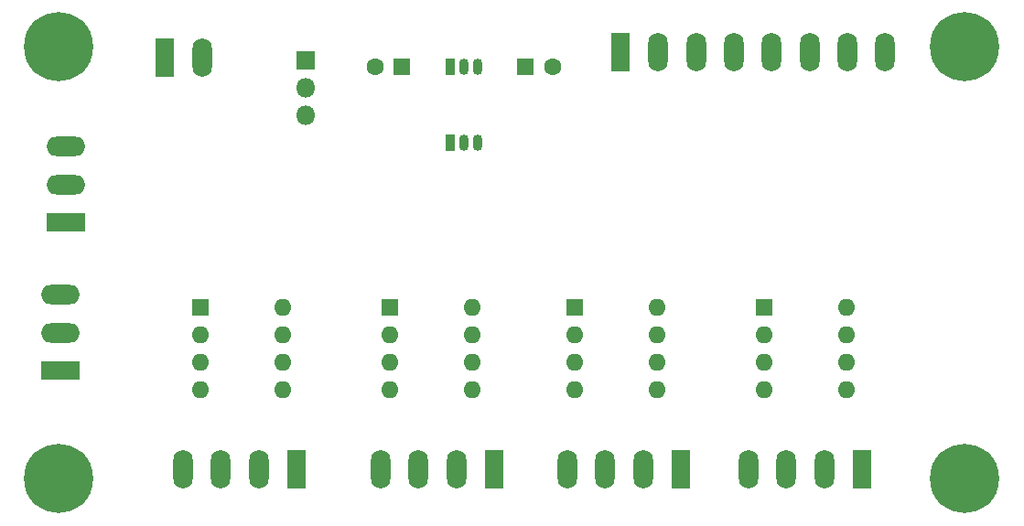
<source format=gbs>
G04 #@! TF.FileFunction,Soldermask,Bot*
%FSLAX46Y46*%
G04 Gerber Fmt 4.6, Leading zero omitted, Abs format (unit mm)*
G04 Created by KiCad (PCBNEW 4.0.7) date Monday, January 15, 2018 'AMt' 07:35:06 AM*
%MOMM*%
%LPD*%
G01*
G04 APERTURE LIST*
%ADD10C,0.100000*%
%ADD11C,6.400000*%
%ADD12O,0.900000X1.500000*%
%ADD13R,0.900000X1.500000*%
%ADD14R,1.600000X1.600000*%
%ADD15O,1.600000X1.600000*%
%ADD16C,1.600000*%
%ADD17R,1.800000X1.800000*%
%ADD18O,1.800000X1.800000*%
%ADD19R,3.600000X1.800000*%
%ADD20O,3.600000X1.800000*%
%ADD21R,1.800000X3.600000*%
%ADD22O,1.800000X3.600000*%
G04 APERTURE END LIST*
D10*
D11*
X122145000Y-121255000D03*
X122145000Y-81250000D03*
X205965000Y-121255000D03*
D12*
X159610000Y-83155000D03*
X160880000Y-83155000D03*
D13*
X158340000Y-83155000D03*
D14*
X187423000Y-105380000D03*
D15*
X195043000Y-113000000D03*
X187423000Y-107920000D03*
X195043000Y-110460000D03*
X187423000Y-110460000D03*
X195043000Y-107920000D03*
X187423000Y-113000000D03*
X195043000Y-105380000D03*
D14*
X169897000Y-105380000D03*
D15*
X177517000Y-113000000D03*
X169897000Y-107920000D03*
X177517000Y-110460000D03*
X169897000Y-110460000D03*
X177517000Y-107920000D03*
X169897000Y-113000000D03*
X177517000Y-105380000D03*
D14*
X152752000Y-105380000D03*
D15*
X160372000Y-113000000D03*
X152752000Y-107920000D03*
X160372000Y-110460000D03*
X152752000Y-110460000D03*
X160372000Y-107920000D03*
X152752000Y-113000000D03*
X160372000Y-105380000D03*
D14*
X135226000Y-105380000D03*
D15*
X142846000Y-113000000D03*
X135226000Y-107920000D03*
X142846000Y-110460000D03*
X135226000Y-110460000D03*
X142846000Y-107920000D03*
X135226000Y-113000000D03*
X142846000Y-105380000D03*
D12*
X159610000Y-90140000D03*
X160880000Y-90140000D03*
D13*
X158340000Y-90140000D03*
D14*
X165325000Y-83155000D03*
D16*
X167825000Y-83155000D03*
D14*
X153895000Y-83155000D03*
D16*
X151395000Y-83155000D03*
D17*
X145005000Y-82520000D03*
D18*
X145005000Y-85060000D03*
X145005000Y-87600000D03*
D11*
X205965000Y-81250000D03*
D19*
X122272000Y-111222000D03*
D20*
X122272000Y-107722000D03*
X122272000Y-104222000D03*
D19*
X122780000Y-97506000D03*
D20*
X122780000Y-94006000D03*
X122780000Y-90506000D03*
D21*
X174088000Y-81758000D03*
D22*
X177588000Y-81758000D03*
X181088000Y-81758000D03*
X184588000Y-81758000D03*
X188088000Y-81758000D03*
X191588000Y-81758000D03*
X195088000Y-81758000D03*
X198588000Y-81758000D03*
D21*
X196440000Y-120366000D03*
D22*
X192940000Y-120366000D03*
X189440000Y-120366000D03*
X185940000Y-120366000D03*
D21*
X179676000Y-120366000D03*
D22*
X176176000Y-120366000D03*
X172676000Y-120366000D03*
X169176000Y-120366000D03*
D21*
X162404000Y-120366000D03*
D22*
X158904000Y-120366000D03*
X155404000Y-120366000D03*
X151904000Y-120366000D03*
D21*
X144116000Y-120366000D03*
D22*
X140616000Y-120366000D03*
X137116000Y-120366000D03*
X133616000Y-120366000D03*
D21*
X131924000Y-82266000D03*
D22*
X135424000Y-82266000D03*
M02*

</source>
